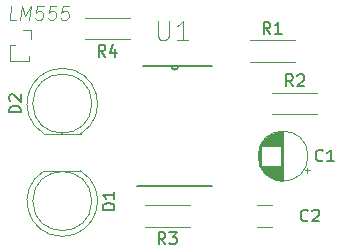
<source format=gto>
G04 #@! TF.GenerationSoftware,KiCad,Pcbnew,(5.0.0-3-g5ebb6b6)*
G04 #@! TF.CreationDate,2018-12-16T13:46:05-05:00*
G04 #@! TF.ProjectId,555_Timer,3535355F54696D65722E6B696361645F,rev?*
G04 #@! TF.SameCoordinates,Original*
G04 #@! TF.FileFunction,Legend,Top*
G04 #@! TF.FilePolarity,Positive*
%FSLAX46Y46*%
G04 Gerber Fmt 4.6, Leading zero omitted, Abs format (unit mm)*
G04 Created by KiCad (PCBNEW (5.0.0-3-g5ebb6b6)) date Sunday, December 16, 2018 at 01:46:05 PM*
%MOMM*%
%LPD*%
G01*
G04 APERTURE LIST*
%ADD10C,0.120000*%
%ADD11C,0.152400*%
%ADD12C,0.150000*%
%ADD13C,0.050000*%
%ADD14C,0.075400*%
G04 APERTURE END LIST*
D10*
G04 #@! TO.C,*
X99738000Y-45220000D02*
X100153000Y-45220000D01*
X99738000Y-45220000D02*
X99738000Y-46530000D01*
X99738000Y-46530000D02*
X101358000Y-46530000D01*
X101358000Y-46165898D02*
X101358000Y-46530000D01*
X101523000Y-43910000D02*
X101523000Y-44720000D01*
X100838000Y-43910000D02*
X101523000Y-43910000D01*
D11*
G04 #@! TO.C,U1*
X110490000Y-57150000D02*
X116840000Y-57150000D01*
X116840000Y-46990000D02*
X113969800Y-46990000D01*
X113969800Y-46990000D02*
X113360200Y-46990000D01*
X113360200Y-46990000D02*
X110998000Y-46990000D01*
X113969800Y-46990000D02*
G75*
G02X113360200Y-46990000I-304800J0D01*
G01*
D10*
G04 #@! TO.C,D2*
X102595000Y-52725000D02*
X105685000Y-52725000D01*
X106640000Y-50165000D02*
G75*
G03X106640000Y-50165000I-2500000J0D01*
G01*
X104140462Y-47175000D02*
G75*
G03X102595170Y-52725000I-462J-2990000D01*
G01*
X104139538Y-47175000D02*
G75*
G02X105684830Y-52725000I462J-2990000D01*
G01*
G04 #@! TO.C,C1*
X124945000Y-54610000D02*
G75*
G03X124945000Y-54610000I-2120000J0D01*
G01*
X122825000Y-56690000D02*
X122825000Y-52530000D01*
X122785000Y-56690000D02*
X122785000Y-52530000D01*
X122745000Y-56689000D02*
X122745000Y-52531000D01*
X122705000Y-56687000D02*
X122705000Y-52533000D01*
X122665000Y-56684000D02*
X122665000Y-52536000D01*
X122625000Y-56681000D02*
X122625000Y-55450000D01*
X122625000Y-53770000D02*
X122625000Y-52539000D01*
X122585000Y-56677000D02*
X122585000Y-55450000D01*
X122585000Y-53770000D02*
X122585000Y-52543000D01*
X122545000Y-56672000D02*
X122545000Y-55450000D01*
X122545000Y-53770000D02*
X122545000Y-52548000D01*
X122505000Y-56666000D02*
X122505000Y-55450000D01*
X122505000Y-53770000D02*
X122505000Y-52554000D01*
X122465000Y-56660000D02*
X122465000Y-55450000D01*
X122465000Y-53770000D02*
X122465000Y-52560000D01*
X122425000Y-56652000D02*
X122425000Y-55450000D01*
X122425000Y-53770000D02*
X122425000Y-52568000D01*
X122385000Y-56644000D02*
X122385000Y-55450000D01*
X122385000Y-53770000D02*
X122385000Y-52576000D01*
X122345000Y-56635000D02*
X122345000Y-55450000D01*
X122345000Y-53770000D02*
X122345000Y-52585000D01*
X122305000Y-56626000D02*
X122305000Y-55450000D01*
X122305000Y-53770000D02*
X122305000Y-52594000D01*
X122265000Y-56615000D02*
X122265000Y-55450000D01*
X122265000Y-53770000D02*
X122265000Y-52605000D01*
X122225000Y-56604000D02*
X122225000Y-55450000D01*
X122225000Y-53770000D02*
X122225000Y-52616000D01*
X122185000Y-56592000D02*
X122185000Y-55450000D01*
X122185000Y-53770000D02*
X122185000Y-52628000D01*
X122145000Y-56578000D02*
X122145000Y-55450000D01*
X122145000Y-53770000D02*
X122145000Y-52642000D01*
X122104000Y-56564000D02*
X122104000Y-55450000D01*
X122104000Y-53770000D02*
X122104000Y-52656000D01*
X122064000Y-56550000D02*
X122064000Y-55450000D01*
X122064000Y-53770000D02*
X122064000Y-52670000D01*
X122024000Y-56534000D02*
X122024000Y-55450000D01*
X122024000Y-53770000D02*
X122024000Y-52686000D01*
X121984000Y-56517000D02*
X121984000Y-55450000D01*
X121984000Y-53770000D02*
X121984000Y-52703000D01*
X121944000Y-56499000D02*
X121944000Y-55450000D01*
X121944000Y-53770000D02*
X121944000Y-52721000D01*
X121904000Y-56480000D02*
X121904000Y-55450000D01*
X121904000Y-53770000D02*
X121904000Y-52740000D01*
X121864000Y-56461000D02*
X121864000Y-55450000D01*
X121864000Y-53770000D02*
X121864000Y-52759000D01*
X121824000Y-56440000D02*
X121824000Y-55450000D01*
X121824000Y-53770000D02*
X121824000Y-52780000D01*
X121784000Y-56418000D02*
X121784000Y-55450000D01*
X121784000Y-53770000D02*
X121784000Y-52802000D01*
X121744000Y-56395000D02*
X121744000Y-55450000D01*
X121744000Y-53770000D02*
X121744000Y-52825000D01*
X121704000Y-56370000D02*
X121704000Y-55450000D01*
X121704000Y-53770000D02*
X121704000Y-52850000D01*
X121664000Y-56345000D02*
X121664000Y-55450000D01*
X121664000Y-53770000D02*
X121664000Y-52875000D01*
X121624000Y-56318000D02*
X121624000Y-55450000D01*
X121624000Y-53770000D02*
X121624000Y-52902000D01*
X121584000Y-56290000D02*
X121584000Y-55450000D01*
X121584000Y-53770000D02*
X121584000Y-52930000D01*
X121544000Y-56260000D02*
X121544000Y-55450000D01*
X121544000Y-53770000D02*
X121544000Y-52960000D01*
X121504000Y-56229000D02*
X121504000Y-55450000D01*
X121504000Y-53770000D02*
X121504000Y-52991000D01*
X121464000Y-56197000D02*
X121464000Y-55450000D01*
X121464000Y-53770000D02*
X121464000Y-53023000D01*
X121424000Y-56162000D02*
X121424000Y-55450000D01*
X121424000Y-53770000D02*
X121424000Y-53058000D01*
X121384000Y-56126000D02*
X121384000Y-55450000D01*
X121384000Y-53770000D02*
X121384000Y-53094000D01*
X121344000Y-56088000D02*
X121344000Y-55450000D01*
X121344000Y-53770000D02*
X121344000Y-53132000D01*
X121304000Y-56048000D02*
X121304000Y-55450000D01*
X121304000Y-53770000D02*
X121304000Y-53172000D01*
X121264000Y-56006000D02*
X121264000Y-55450000D01*
X121264000Y-53770000D02*
X121264000Y-53214000D01*
X121224000Y-55961000D02*
X121224000Y-55450000D01*
X121224000Y-53770000D02*
X121224000Y-53259000D01*
X121184000Y-55914000D02*
X121184000Y-55450000D01*
X121184000Y-53770000D02*
X121184000Y-53306000D01*
X121144000Y-55864000D02*
X121144000Y-55450000D01*
X121144000Y-53770000D02*
X121144000Y-53356000D01*
X121104000Y-55810000D02*
X121104000Y-55450000D01*
X121104000Y-53770000D02*
X121104000Y-53410000D01*
X121064000Y-55752000D02*
X121064000Y-55450000D01*
X121064000Y-53770000D02*
X121064000Y-53468000D01*
X121024000Y-55690000D02*
X121024000Y-55450000D01*
X121024000Y-53770000D02*
X121024000Y-53530000D01*
X120984000Y-55623000D02*
X120984000Y-53597000D01*
X120944000Y-55550000D02*
X120944000Y-53670000D01*
X120904000Y-55469000D02*
X120904000Y-53751000D01*
X120864000Y-55378000D02*
X120864000Y-53842000D01*
X120824000Y-55274000D02*
X120824000Y-53946000D01*
X120784000Y-55147000D02*
X120784000Y-54073000D01*
X120744000Y-54980000D02*
X120744000Y-54240000D01*
X125094801Y-55805000D02*
X124694801Y-55805000D01*
X124894801Y-56005000D02*
X124894801Y-55605000D01*
G04 #@! TO.C,C2*
X120636000Y-58770000D02*
X121894000Y-58770000D01*
X120636000Y-60610000D02*
X121894000Y-60610000D01*
G04 #@! TO.C,D1*
X104140462Y-61410000D02*
G75*
G02X102595170Y-55860000I-462J2990000D01*
G01*
X104139538Y-61410000D02*
G75*
G03X105684830Y-55860000I462J2990000D01*
G01*
X106640000Y-58420000D02*
G75*
G03X106640000Y-58420000I-2500000J0D01*
G01*
X105685000Y-55860000D02*
X102595000Y-55860000D01*
G04 #@! TO.C,R1*
X120000000Y-46640000D02*
X123840000Y-46640000D01*
X120000000Y-44800000D02*
X123840000Y-44800000D01*
G04 #@! TO.C,R2*
X121905000Y-51085000D02*
X125745000Y-51085000D01*
X121905000Y-49245000D02*
X125745000Y-49245000D01*
G04 #@! TO.C,R3*
X114950000Y-60610000D02*
X111110000Y-60610000D01*
X114950000Y-58770000D02*
X111110000Y-58770000D01*
G04 #@! TO.C,R4*
X109870000Y-44735000D02*
X106030000Y-44735000D01*
X109870000Y-42895000D02*
X106030000Y-42895000D01*
G04 #@! TO.C,*
D12*
G04 #@! TO.C,U1*
D13*
X112211290Y-43143135D02*
X112211290Y-44471005D01*
X112289400Y-44627225D01*
X112367510Y-44705335D01*
X112523730Y-44783445D01*
X112836170Y-44783445D01*
X112992390Y-44705335D01*
X113070500Y-44627225D01*
X113148610Y-44471005D01*
X113148610Y-43143135D01*
X114788920Y-44783445D02*
X113851600Y-44783445D01*
X114320260Y-44783445D02*
X114320260Y-43143135D01*
X114164040Y-43377465D01*
X114007820Y-43533685D01*
X113851600Y-43611795D01*
D14*
X100212346Y-43057990D02*
X99672356Y-43057990D01*
X99814103Y-41924010D01*
X100590340Y-43057990D02*
X100732087Y-41924010D01*
X101008832Y-42733996D01*
X101488074Y-41924010D01*
X101346326Y-43057990D01*
X102568055Y-41924010D02*
X102028064Y-41924010D01*
X101906566Y-42464001D01*
X101967315Y-42410002D01*
X102082063Y-42356003D01*
X102352059Y-42356003D01*
X102453307Y-42410002D01*
X102500556Y-42464001D01*
X102541055Y-42571999D01*
X102507306Y-42841994D01*
X102439807Y-42949992D01*
X102379058Y-43003991D01*
X102264310Y-43057990D01*
X101994315Y-43057990D01*
X101893067Y-43003991D01*
X101845818Y-42949992D01*
X103648036Y-41924010D02*
X103108045Y-41924010D01*
X102986547Y-42464001D01*
X103047296Y-42410002D01*
X103162044Y-42356003D01*
X103432040Y-42356003D01*
X103533288Y-42410002D01*
X103580537Y-42464001D01*
X103621036Y-42571999D01*
X103587287Y-42841994D01*
X103519788Y-42949992D01*
X103459039Y-43003991D01*
X103344291Y-43057990D01*
X103074296Y-43057990D01*
X102973048Y-43003991D01*
X102925798Y-42949992D01*
X104728017Y-41924010D02*
X104188026Y-41924010D01*
X104066528Y-42464001D01*
X104127277Y-42410002D01*
X104242025Y-42356003D01*
X104512020Y-42356003D01*
X104613269Y-42410002D01*
X104660518Y-42464001D01*
X104701017Y-42571999D01*
X104667268Y-42841994D01*
X104599769Y-42949992D01*
X104539020Y-43003991D01*
X104424272Y-43057990D01*
X104154277Y-43057990D01*
X104053029Y-43003991D01*
X104005779Y-42949992D01*
G04 #@! TO.C,D2*
D12*
X100632380Y-50903095D02*
X99632380Y-50903095D01*
X99632380Y-50665000D01*
X99680000Y-50522142D01*
X99775238Y-50426904D01*
X99870476Y-50379285D01*
X100060952Y-50331666D01*
X100203809Y-50331666D01*
X100394285Y-50379285D01*
X100489523Y-50426904D01*
X100584761Y-50522142D01*
X100632380Y-50665000D01*
X100632380Y-50903095D01*
X99727619Y-49950714D02*
X99680000Y-49903095D01*
X99632380Y-49807857D01*
X99632380Y-49569761D01*
X99680000Y-49474523D01*
X99727619Y-49426904D01*
X99822857Y-49379285D01*
X99918095Y-49379285D01*
X100060952Y-49426904D01*
X100632380Y-49998333D01*
X100632380Y-49379285D01*
G04 #@! TO.C,C1*
X126198333Y-54967142D02*
X126150714Y-55014761D01*
X126007857Y-55062380D01*
X125912619Y-55062380D01*
X125769761Y-55014761D01*
X125674523Y-54919523D01*
X125626904Y-54824285D01*
X125579285Y-54633809D01*
X125579285Y-54490952D01*
X125626904Y-54300476D01*
X125674523Y-54205238D01*
X125769761Y-54110000D01*
X125912619Y-54062380D01*
X126007857Y-54062380D01*
X126150714Y-54110000D01*
X126198333Y-54157619D01*
X127150714Y-55062380D02*
X126579285Y-55062380D01*
X126865000Y-55062380D02*
X126865000Y-54062380D01*
X126769761Y-54205238D01*
X126674523Y-54300476D01*
X126579285Y-54348095D01*
G04 #@! TO.C,C2*
X124928333Y-60047142D02*
X124880714Y-60094761D01*
X124737857Y-60142380D01*
X124642619Y-60142380D01*
X124499761Y-60094761D01*
X124404523Y-59999523D01*
X124356904Y-59904285D01*
X124309285Y-59713809D01*
X124309285Y-59570952D01*
X124356904Y-59380476D01*
X124404523Y-59285238D01*
X124499761Y-59190000D01*
X124642619Y-59142380D01*
X124737857Y-59142380D01*
X124880714Y-59190000D01*
X124928333Y-59237619D01*
X125309285Y-59237619D02*
X125356904Y-59190000D01*
X125452142Y-59142380D01*
X125690238Y-59142380D01*
X125785476Y-59190000D01*
X125833095Y-59237619D01*
X125880714Y-59332857D01*
X125880714Y-59428095D01*
X125833095Y-59570952D01*
X125261666Y-60142380D01*
X125880714Y-60142380D01*
G04 #@! TO.C,D1*
X108552380Y-59158095D02*
X107552380Y-59158095D01*
X107552380Y-58920000D01*
X107600000Y-58777142D01*
X107695238Y-58681904D01*
X107790476Y-58634285D01*
X107980952Y-58586666D01*
X108123809Y-58586666D01*
X108314285Y-58634285D01*
X108409523Y-58681904D01*
X108504761Y-58777142D01*
X108552380Y-58920000D01*
X108552380Y-59158095D01*
X108552380Y-57634285D02*
X108552380Y-58205714D01*
X108552380Y-57920000D02*
X107552380Y-57920000D01*
X107695238Y-58015238D01*
X107790476Y-58110476D01*
X107838095Y-58205714D01*
G04 #@! TO.C,R1*
X121753333Y-44252380D02*
X121420000Y-43776190D01*
X121181904Y-44252380D02*
X121181904Y-43252380D01*
X121562857Y-43252380D01*
X121658095Y-43300000D01*
X121705714Y-43347619D01*
X121753333Y-43442857D01*
X121753333Y-43585714D01*
X121705714Y-43680952D01*
X121658095Y-43728571D01*
X121562857Y-43776190D01*
X121181904Y-43776190D01*
X122705714Y-44252380D02*
X122134285Y-44252380D01*
X122420000Y-44252380D02*
X122420000Y-43252380D01*
X122324761Y-43395238D01*
X122229523Y-43490476D01*
X122134285Y-43538095D01*
G04 #@! TO.C,R2*
X123658333Y-48697380D02*
X123325000Y-48221190D01*
X123086904Y-48697380D02*
X123086904Y-47697380D01*
X123467857Y-47697380D01*
X123563095Y-47745000D01*
X123610714Y-47792619D01*
X123658333Y-47887857D01*
X123658333Y-48030714D01*
X123610714Y-48125952D01*
X123563095Y-48173571D01*
X123467857Y-48221190D01*
X123086904Y-48221190D01*
X124039285Y-47792619D02*
X124086904Y-47745000D01*
X124182142Y-47697380D01*
X124420238Y-47697380D01*
X124515476Y-47745000D01*
X124563095Y-47792619D01*
X124610714Y-47887857D01*
X124610714Y-47983095D01*
X124563095Y-48125952D01*
X123991666Y-48697380D01*
X124610714Y-48697380D01*
G04 #@! TO.C,R3*
X112863333Y-62062380D02*
X112530000Y-61586190D01*
X112291904Y-62062380D02*
X112291904Y-61062380D01*
X112672857Y-61062380D01*
X112768095Y-61110000D01*
X112815714Y-61157619D01*
X112863333Y-61252857D01*
X112863333Y-61395714D01*
X112815714Y-61490952D01*
X112768095Y-61538571D01*
X112672857Y-61586190D01*
X112291904Y-61586190D01*
X113196666Y-61062380D02*
X113815714Y-61062380D01*
X113482380Y-61443333D01*
X113625238Y-61443333D01*
X113720476Y-61490952D01*
X113768095Y-61538571D01*
X113815714Y-61633809D01*
X113815714Y-61871904D01*
X113768095Y-61967142D01*
X113720476Y-62014761D01*
X113625238Y-62062380D01*
X113339523Y-62062380D01*
X113244285Y-62014761D01*
X113196666Y-61967142D01*
G04 #@! TO.C,R4*
X107783333Y-46187380D02*
X107450000Y-45711190D01*
X107211904Y-46187380D02*
X107211904Y-45187380D01*
X107592857Y-45187380D01*
X107688095Y-45235000D01*
X107735714Y-45282619D01*
X107783333Y-45377857D01*
X107783333Y-45520714D01*
X107735714Y-45615952D01*
X107688095Y-45663571D01*
X107592857Y-45711190D01*
X107211904Y-45711190D01*
X108640476Y-45520714D02*
X108640476Y-46187380D01*
X108402380Y-45139761D02*
X108164285Y-45854047D01*
X108783333Y-45854047D01*
G04 #@! TD*
M02*

</source>
